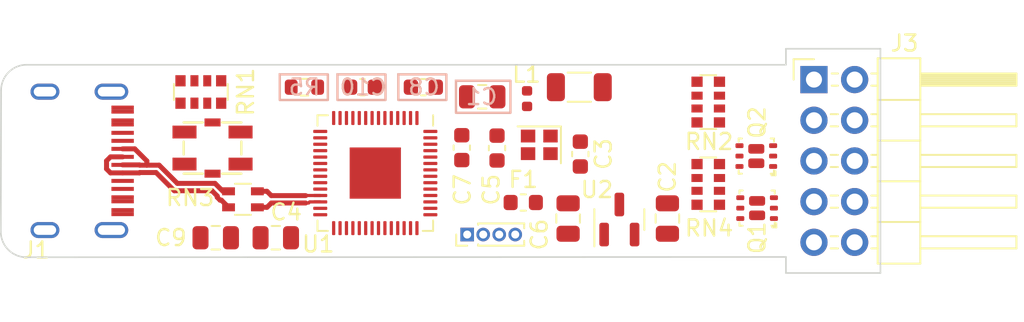
<source format=kicad_pcb>
(kicad_pcb (version 20221018) (generator pcbnew)
  (layers (0 "F.Cu" signal) (31 "B.Cu" signal) (34 "B.Paste" user) (35 "F.Paste" user) (36 "B.SilkS" user "B.Silkscreen") (37 "F.SilkS" user "F.Silkscreen") (38 "B.Mask" user) (39 "F.Mask" user) (44 "Edge.Cuts" user))
  (net 0 "")
  (net 1 "Net-(A1-Pad1)")
  (net 3 "Net-(C1-Pad1)")
  (net 4 "Net-(U1-LNA_IN)")
  (net 5 "Net-(U1-VDD_SPI)")
  (net 6 "GND")
  (net 7 "Net-(F1-Pad1)")
  (net 8 "VUSB")
  (net 9 "VSS")
  (net 10 "Net-(J1-CC1)")
  (net 11 "D+")
  (net 12 "D-")
  (net 14 "Net-(J1-CC2)")
  (net 16 "VDD")
  (net 17 "TX")
  (net 18 "RX")
  (net 19 "DAC2")
  (net 20 "5VSW")
  (net 21 "DAC1")
  (net 22 "3V3SW")
  (net 23 "SWIO")
  (net 24 "SWCL")
  (net 25 "MULTI2")
  (net 26 "SWPUC")
  (net 27 "SWPUD")
  (net 28 "VCCCTL3")
  (net 29 "VCCCTL5")
  (net 30 "GPIO0")
  (net 31 "Net-(Q1-G2)")
  (net 32 "VBUS")
  (net 33 "Net-(Q2-G2)")
  (net 38 "Net-(U1-XTAL_P)")
  (net 39 "Net-(U1-XTAL_N)")
  (net 50 "WSO")
  (net 70 "D2+")
  (net 71 "D2-")
  (footprint "Capacitor_SMD:C_0603_1608Metric" (layer "F.Cu") (at 193.5625 82 180)
    (fp_text reference "C8" (at -0.0375 0) (layer "B.SilkS") (effects (justify mirror)))
    (fp_text value "1uF")
    (fp_line (start -0.14058 -0.51) (end 0.14058 -0.51) (stroke (width 0.12)) (layer "F.SilkS"))
    (fp_line (start -0.14058 0.51) (end 0.14058 0.51) (stroke (width 0.12)) (layer "F.SilkS"))
    (pad "1" smd roundrect (at -0.775 0 180) (size 0.9 0.95) (layers "F.Cu" "F.Paste" "F.Mask") (net 16 "VDD"))
    (pad "2" smd roundrect (at 0.775 0 180) (size 0.9 0.95) (layers "F.Cu" "F.Paste" "F.Mask") (net 6 "GND"))
  )
  (footprint "Package_TO_SOT_SMD:SOT-23" (layer "F.Cu") (at 205.8 90.2625 90)
    (fp_text reference "U2" (at 1.8625 -1.4 180) (layer "F.SilkS"))
    (fp_text value "AP1117-33")
    (fp_line (start 0 -1.56) (end -1.675 -1.56) (stroke (width 0.12)) (layer "F.SilkS"))
    (fp_line (start 0 -1.56) (end 0.65 -1.56) (stroke (width 0.12)) (layer "F.SilkS"))
    (fp_line (start 0 1.56) (end -0.65 1.56) (stroke (width 0.12)) (layer "F.SilkS"))
    (fp_line (start 0 1.56) (end 0.65 1.56) (stroke (width 0.12)) (layer "F.SilkS"))
    (pad "1" smd roundrect (at -0.9375 -0.95 90) (size 1.475 0.6) (layers "F.Cu" "F.Paste" "F.Mask") (net 6 "GND"))
    (pad "2" smd roundrect (at -0.9375 0.95 90) (size 1.475 0.6) (layers "F.Cu" "F.Paste" "F.Mask") (net 16 "VDD"))
    (pad "3" smd roundrect (at 0.9375 0 90) (size 1.475 0.6) (layers "F.Cu" "F.Paste" "F.Mask") (net 32 "VBUS"))
  )
  (footprint "Fuse:Fuse_0603_1608Metric" (layer "F.Cu") (at 199.8 89.2)
    (fp_text reference "F1" (at 0 -1.43) (layer "F.SilkS"))
    (fp_text value "Polyfuse_Small")
    (fp_line (start -0.162779 -0.51) (end 0.162779 -0.51) (stroke (width 0.12)) (layer "F.SilkS"))
    (fp_line (start -0.162779 0.51) (end 0.162779 0.51) (stroke (width 0.12)) (layer "F.SilkS"))
    (pad "1" smd roundrect (at -0.7875 0) (size 0.875 0.95) (layers "F.Cu" "F.Paste" "F.Mask") (net 7 "Net-(F1-Pad1)"))
    (pad "2" smd roundrect (at 0.7875 0) (size 0.875 0.95) (layers "F.Cu" "F.Paste" "F.Mask") (net 8 "VUSB"))
  )
  (footprint "Capacitor_SMD:C_0805_2012Metric" (layer "F.Cu") (at 197.2375 82.6 180)
    (fp_text reference "C1" (at 0.0375 0 -360) (layer "B.SilkS") (effects (justify mirror)))
    (fp_text value "10p")
    (fp_line (start -0.261252 -0.735) (end 0.261252 -0.735) (stroke (width 0.12)) (layer "F.SilkS"))
    (fp_line (start -0.261252 0.735) (end 0.261252 0.735) (stroke (width 0.12)) (layer "F.SilkS"))
    (pad "1" smd roundrect (at -0.95 0 180) (size 1 1.45) (layers "F.Cu" "F.Paste" "F.Mask") (net 3 "Net-(C1-Pad1)"))
    (pad "2" smd roundrect (at 0.95 0 180) (size 1 1.45) (layers "F.Cu" "F.Paste" "F.Mask") (net 4 "Net-(U1-LNA_IN)"))
  )
  (footprint "Connector_PinHeader_1.00mm:PinHeader_1x04_P1.00mm_Vertical" (layer "F.Cu") (at 196.3 91.2 90)
    (fp_text reference "J2" hide)
    (fp_text value "PGM")
    (fp_line (start -0.695 -0.685) (end 0 -0.685) (stroke (width 0.12)) (layer "F.SilkS"))
    (fp_line (start -0.695 0) (end -0.695 -0.685) (stroke (width 0.12)) (layer "F.SilkS"))
    (fp_line (start -0.695 0.685) (end -0.695 3.56) (stroke (width 0.12)) (layer "F.SilkS"))
    (fp_line (start -0.695 0.685) (end -0.608276 0.685) (stroke (width 0.12)) (layer "F.SilkS"))
    (fp_line (start -0.695 3.56) (end -0.394493 3.56) (stroke (width 0.12)) (layer "F.SilkS"))
    (fp_line (start 0.394493 3.56) (end 0.695 3.56) (stroke (width 0.12)) (layer "F.SilkS"))
    (fp_line (start 0.608276 0.685) (end 0.695 0.685) (stroke (width 0.12)) (layer "F.SilkS"))
    (fp_line (start 0.695 0.685) (end 0.695 3.56) (stroke (width 0.12)) (layer "F.SilkS"))
    (pad "1" thru_hole rect (at 0 0 90) (size 0.85 0.85) (drill 0.5) (layers "*.Cu" "*.Mask") (net 6 "GND"))
    (pad "2" thru_hole oval (at 0 1 90) (size 0.85 0.85) (drill 0.5) (layers "*.Cu" "*.Mask") (net 16 "VDD"))
    (pad "3" thru_hole oval (at 0 2 90) (size 0.85 0.85) (drill 0.5) (layers "*.Cu" "*.Mask") (net 17 "TX"))
    (pad "4" thru_hole oval (at 0 3 90) (size 0.85 0.85) (drill 0.5) (layers "*.Cu" "*.Mask") (net 18 "RX"))
  )
  (footprint "Capacitor_SMD:C_0603_1608Metric" (layer "F.Cu") (at 189.7625 82 180)
    (fp_text reference "C10" (at -0.0375 0) (layer "B.SilkS") (effects (justify mirror)))
    (fp_text value "1uF")
    (fp_line (start -0.14058 -0.51) (end 0.14058 -0.51) (stroke (width 0.12)) (layer "F.SilkS"))
    (fp_line (start -0.14058 0.51) (end 0.14058 0.51) (stroke (width 0.12)) (layer "F.SilkS"))
    (pad "1" smd roundrect (at -0.775 0 180) (size 0.9 0.95) (layers "F.Cu" "F.Paste" "F.Mask") (net 16 "VDD"))
    (pad "2" smd roundrect (at 0.775 0 180) (size 0.9 0.95) (layers "F.Cu" "F.Paste" "F.Mask") (net 6 "GND"))
  )
  (footprint "Capacitor_SMD:C_0805_2012Metric" (layer "F.Cu") (at 202.6 90.2 -90)
    (fp_text reference "C6" (at 1 1.8 90) (layer "F.SilkS"))
    (fp_text value "10uF")
    (fp_line (start -0.261252 -0.735) (end 0.261252 -0.735) (stroke (width 0.12)) (layer "F.SilkS"))
    (fp_line (start -0.261252 0.735) (end 0.261252 0.735) (stroke (width 0.12)) (layer "F.SilkS"))
    (pad "1" smd roundrect (at -0.95 0 270) (size 1 1.45) (layers "F.Cu" "F.Paste" "F.Mask") (net 32 "VBUS"))
    (pad "2" smd roundrect (at 0.95 0 270) (size 1 1.45) (layers "F.Cu" "F.Paste" "F.Mask") (net 6 "GND"))
  )
  (footprint "" (layer "F.Cu") (at 184.8 86.6)
    (fp_text reference "" (at 0 0) (layer "F.SilkS") (effects (font (size 1.27 1.27))))
    (fp_text value "" (at 0 0) (layer "F.SilkS") (effects (font (size 1.27 1.27))))
    (pad "" np_thru_hole circle (at 0 0) (size 2.2 2.2) (drill 2.2) (layers "F&B.Cu" "*.Mask"))
  )
  (footprint "Resistor_SMD:R_Array_Convex_4x0612" (layer "F.Cu") (at 211.35 88.07)
    (fp_text reference "RN4" (at 0.05 2.73) (layer "F.SilkS"))
    (fp_text value "10k")
    (fp_line (start 0.5 -1.68) (end -0.5 -1.68) (stroke (width 0.12)) (layer "F.SilkS"))
    (fp_line (start 0.5 1.68) (end -0.5 1.68) (stroke (width 0.12)) (layer "F.SilkS"))
    (pad "1" smd rect (at -0.7 -1.27) (size 0.7 0.64) (layers "F.Cu" "F.Paste" "F.Mask") (net 32 "VBUS"))
    (pad "2" smd rect (at -0.7 -0.4) (size 0.7 0.5) (layers "F.Cu" "F.Paste" "F.Mask"))
    (pad "3" smd rect (at -0.7 0.4) (size 0.7 0.5) (layers "F.Cu" "F.Paste" "F.Mask"))
    (pad "4" smd rect (at -0.7 1.27) (size 0.7 0.64) (layers "F.Cu" "F.Paste" "F.Mask") (net 16 "VDD"))
    (pad "5" smd rect (at 0.7 1.27) (size 0.7 0.64) (layers "F.Cu" "F.Paste" "F.Mask") (net 31 "Net-(Q1-G2)"))
    (pad "6" smd rect (at 0.7 0.4) (size 0.7 0.5) (layers "F.Cu" "F.Paste" "F.Mask"))
    (pad "7" smd rect (at 0.7 -0.4) (size 0.7 0.5) (layers "F.Cu" "F.Paste" "F.Mask"))
    (pad "8" smd rect (at 0.7 -1.27) (size 0.7 0.64) (layers "F.Cu" "F.Paste" "F.Mask") (net 33 "Net-(Q2-G2)"))
  )
  (footprint "Resistor_SMD:R_Array_Convex_4x0612" (layer "F.Cu") (at 211.35 82.93)
    (fp_text reference "RN2" (at 0.05 2.47) (layer "F.SilkS"))
    (fp_text value "10k")
    (fp_line (start 0.5 -1.68) (end -0.5 -1.68) (stroke (width 0.12)) (layer "F.SilkS"))
    (fp_line (start 0.5 1.68) (end -0.5 1.68) (stroke (width 0.12)) (layer "F.SilkS"))
    (pad "1" smd rect (at -0.7 -1.27) (size 0.7 0.64) (layers "F.Cu" "F.Paste" "F.Mask") (net 26 "SWPUC"))
    (pad "2" smd rect (at -0.7 -0.4) (size 0.7 0.5) (layers "F.Cu" "F.Paste" "F.Mask") (net 27 "SWPUD"))
    (pad "3" smd rect (at -0.7 0.4) (size 0.7 0.5) (layers "F.Cu" "F.Paste" "F.Mask") (net 28 "VCCCTL3"))
    (pad "4" smd rect (at -0.7 1.27) (size 0.7 0.64) (layers "F.Cu" "F.Paste" "F.Mask") (net 29 "VCCCTL5"))
    (pad "5" smd rect (at 0.7 1.27) (size 0.7 0.64) (layers "F.Cu" "F.Paste" "F.Mask") (net 6 "GND"))
    (pad "6" smd rect (at 0.7 0.4) (size 0.7 0.5) (layers "F.Cu" "F.Paste" "F.Mask") (net 6 "GND"))
    (pad "7" smd rect (at 0.7 -0.4) (size 0.7 0.5) (layers "F.Cu" "F.Paste" "F.Mask") (net 23 "SWIO"))
    (pad "8" smd rect (at 0.7 -1.27) (size 0.7 0.64) (layers "F.Cu" "F.Paste" "F.Mask") (net 24 "SWCL"))
  )
  (footprint "Connector_PinHeader_2.54mm:PinHeader_2x05_P2.54mm_Horizontal" (layer "F.Cu") (at 217.95 81.525)
    (fp_text reference "J3" (at 5.655 -2.27) (layer "F.SilkS"))
    (fp_text value "OPGM")
    (fp_line (start -1.27 -1.27) (end 0 -1.27) (stroke (width 0.12)) (layer "F.SilkS"))
    (fp_line (start -1.27 0) (end -1.27 -1.27) (stroke (width 0.12)) (layer "F.SilkS"))
    (fp_line (start 1.042929 2.16) (end 1.497071 2.16) (stroke (width 0.12)) (layer "F.SilkS"))
    (fp_line (start 1.042929 2.92) (end 1.497071 2.92) (stroke (width 0.12)) (layer "F.SilkS"))
    (fp_line (start 1.042929 4.7) (end 1.497071 4.7) (stroke (width 0.12)) (layer "F.SilkS"))
    (fp_line (start 1.042929 5.46) (end 1.497071 5.46) (stroke (width 0.12)) (layer "F.SilkS"))
    (fp_line (start 1.042929 7.24) (end 1.497071 7.24) (stroke (width 0.12)) (layer "F.SilkS"))
    (fp_line (start 1.042929 8) (end 1.497071 8) (stroke (width 0.12)) (layer "F.SilkS"))
    (fp_line (start 1.042929 9.78) (end 1.497071 9.78) (stroke (width 0.12)) (layer "F.SilkS"))
    (fp_line (start 1.042929 10.54) (end 1.497071 10.54) (stroke (width 0.12)) (layer "F.SilkS"))
    (fp_line (start 1.11 -0.38) (end 1.497071 -0.38) (stroke (width 0.12)) (layer "F.SilkS"))
    (fp_line (start 1.11 0.38) (end 1.497071 0.38) (stroke (width 0.12)) (layer "F.SilkS"))
    (fp_line (start 3.582929 -0.38) (end 3.98 -0.38) (stroke (width 0.12)) (layer "F.SilkS"))
    (fp_line (start 3.582929 0.38) (end 3.98 0.38) (stroke (width 0.12)) (layer "F.SilkS"))
    (fp_line (start 3.582929 2.16) (end 3.98 2.16) (stroke (width 0.12)) (layer "F.SilkS"))
    (fp_line (start 3.582929 2.92) (end 3.98 2.92) (stroke (width 0.12)) (layer "F.SilkS"))
    (fp_line (start 3.582929 4.7) (end 3.98 4.7) (stroke (width 0.12)) (layer "F.SilkS"))
    (fp_line (start 3.582929 5.46) (end 3.98 5.46) (stroke (width 0.12)) (layer "F.SilkS"))
    (fp_line (start 3.582929 7.24) (end 3.98 7.24) (stroke (width 0.12)) (layer "F.SilkS"))
    (fp_line (start 3.582929 8) (end 3.98 8) (stroke (width 0.12)) (layer "F.SilkS"))
    (fp_line (start 3.582929 9.78) (end 3.98 9.78) (stroke (width 0.12)) (layer "F.SilkS"))
    (fp_line (start 3.582929 10.54) (end 3.98 10.54) (stroke (width 0.12)) (layer "F.SilkS"))
    (fp_line (start 3.98 -1.33) (end 3.98 11.49) (stroke (width 0.12)) (layer "F.SilkS"))
    (fp_line (start 3.98 1.27) (end 6.64 1.27) (stroke (width 0.12)) (layer "F.SilkS"))
    (fp_line (start 3.98 3.81) (end 6.64 3.81) (stroke (width 0.12)) (layer "F.SilkS"))
    (fp_line (start 3.98 6.35) (end 6.64 6.35) (stroke (width 0.12)) (layer "F.SilkS"))
    (fp_line (start 3.98 8.89) (end 6.64 8.89) (stroke (width 0.12)) (layer "F.SilkS"))
    (fp_line (start 3.98 11.49) (end 6.64 11.49) (stroke (width 0.12)) (layer "F.SilkS"))
    (fp_line (start 6.64 -1.33) (end 3.98 -1.33) (stroke (width 0.12)) (layer "F.SilkS"))
    (fp_line (start 6.64 -0.38) (end 12.64 -0.38) (stroke (width 0.12)) (layer "F.SilkS"))
    (fp_line (start 6.64 -0.32) (end 12.64 -0.32) (stroke (width 0.12)) (layer "F.SilkS"))
    (fp_line (start 6.64 -0.2) (end 12.64 -0.2) (stroke (width 0.12)) (layer "F.SilkS"))
    (fp_line (start 6.64 -0.08) (end 12.64 -0.08) (stroke (width 0.12)) (layer "F.SilkS"))
    (fp_line (start 6.64 0.04) (end 12.64 0.04) (stroke (width 0.12)) (layer "F.SilkS"))
    (fp_line (start 6.64 0.16) (end 12.64 0.16) (stroke (width 0.12)) (layer "F.SilkS"))
    (fp_line (start 6.64 0.28) (end 12.64 0.28) (stroke (width 0.12)) (layer "F.SilkS"))
    (fp_line (start 6.64 2.16) (end 12.64 2.16) (stroke (width 0.12)) (layer "F.SilkS"))
    (fp_line (start 6.64 4.7) (end 12.64 4.7) (stroke (width 0.12)) (layer "F.SilkS"))
    (fp_line (start 6.64 7.24) (end 12.64 7.24) (stroke (width 0.12)) (layer "F.SilkS"))
    (fp_line (start 6.64 9.78) (end 12.64 9.78) (stroke (width 0.12)) (layer "F.SilkS"))
    (fp_line (start 6.64 11.49) (end 6.64 -1.33) (stroke (width 0.12)) (layer "F.SilkS"))
    (fp_line (start 12.64 -0.38) (end 12.64 0.38) (stroke (width 0.12)) (layer "F.SilkS"))
    (fp_line (start 12.64 0.38) (end 6.64 0.38) (stroke (width 0.12)) (layer "F.SilkS"))
    (fp_line (start 12.64 2.16) (end 12.64 2.92) (stroke (width 0.12)) (layer "F.SilkS"))
    (fp_line (start 12.64 2.92) (end 6.64 2.92) (stroke (width 0.12)) (layer "F.SilkS"))
    (fp_line (start 12.64 4.7) (end 12.64 5.46) (stroke (width 0.12)) (layer "F.SilkS"))
    (fp_line (start 12.64 5.46) (end 6.64 5.46) (stroke (width 0.12)) (layer "F.SilkS"))
    (fp_line (start 12.64 7.24) (end 12.64 8) (stroke (width 0.12)) (layer "F.SilkS"))
    (fp_line (start 12.64 8) (end 6.64 8) (stroke (width 0.12)) (layer "F.SilkS"))
    (fp_line (start 12.64 9.78) (end 12.64 10.54) (stroke (width 0.12)) (layer "F.SilkS"))
    (fp_line (start 12.64 10.54) (end 6.64 10.54) (stroke (width 0.12)) (layer "F.SilkS"))
    (pad "1" thru_hole rect (at 0 0) (size 1.7 1.7) (drill 1) (layers "*.Cu" "*.Mask") (net 6 "GND"))
    (pad "2" thru_hole oval (at 2.54 0) (size 1.7 1.7) (drill 1) (layers "*.Cu" "*.Mask") (net 19 "DAC2"))
    (pad "3" thru_hole oval (at 0 2.54) (size 1.7 1.7) (drill 1) (layers "*.Cu" "*.Mask") (net 20 "5VSW"))
    (pad "4" thru_hole oval (at 2.54 2.54) (size 1.7 1.7) (drill 1) (layers "*.Cu" "*.Mask") (net 21 "DAC1"))
    (pad "5" thru_hole oval (at 0 5.08) (size 1.7 1.7) (drill 1) (layers "*.Cu" "*.Mask") (net 22 "3V3SW"))
    (pad "6" thru_hole oval (at 2.54 5.08) (size 1.7 1.7) (drill 1) (layers "*.Cu" "*.Mask") (net 22 "3V3SW"))
    (pad "7" thru_hole oval (at 0 7.62) (size 1.7 1.7) (drill 1) (layers "*.Cu" "*.Mask") (net 23 "SWIO"))
    (pad "8" thru_hole oval (at 2.54 7.62) (size 1.7 1.7) (drill 1) (layers "*.Cu" "*.Mask") (net 24 "SWCL"))
    (pad "9" thru_hole oval (at 0 10.16) (size 1.7 1.7) (drill 1) (layers "*.Cu" "*.Mask") (net 6 "GND"))
    (pad "10" thru_hole oval (at 2.54 10.16) (size 1.7 1.7) (drill 1) (layers "*.Cu" "*.Mask") (net 25 "MULTI2"))
  )
  (footprint "UL_Buttons:TS3315A" (layer "F.Cu") (at 180.4 85.8 180)
    (fp_text reference "SW2" hide)
    (fp_text value "SW_MEC_5E")
    (fp_line (start -1.8 -1.6) (end -0.6 -1.6) (stroke (width 0.15)) (layer "F.SilkS"))
    (fp_line (start -1.8 0.4) (end -1.8 -0.4) (stroke (width 0.15)) (layer "F.SilkS"))
    (fp_line (start -0.6 1.6) (end -1.8 1.6) (stroke (width 0.15)) (layer "F.SilkS"))
    (fp_line (start 0.6 -1.6) (end 1.8 -1.6) (stroke (width 0.15)) (layer "F.SilkS"))
    (fp_line (start 1.8 -0.4) (end 1.8 0.4) (stroke (width 0.15)) (layer "F.SilkS"))
    (fp_line (start 1.8 1.6) (end 0.6 1.6) (stroke (width 0.15)) (layer "F.SilkS"))
    (pad "" smd rect (at 0 -1.6 180) (size 1 0.5) (layers "F.Cu" "F.Paste" "F.Mask"))
    (pad "" smd rect (at 0 1.6 180) (size 1 0.5) (layers "F.Cu" "F.Paste" "F.Mask"))
    (pad "1" smd rect (at -1.75 -1 180) (size 1.5 0.8) (layers "F.Cu" "F.Paste" "F.Mask") (net 6 "GND"))
    (pad "2" smd rect (at 1.75 -1 180) (size 1.5 0.8) (layers "F.Cu" "F.Paste" "F.Mask") (net 6 "GND"))
    (pad "3" smd rect (at -1.75 1 180) (size 1.5 0.8) (layers "F.Cu" "F.Paste" "F.Mask") (net 30 "GPIO0"))
    (pad "4" smd rect (at 1.75 1 180) (size 1.5 0.8) (layers "F.Cu" "F.Paste" "F.Mask") (net 30 "GPIO0"))
  )
  (footprint "BadgePiratesFootprint:USB_C_Receptical-Jing" (layer "F.Cu") (at 174.0875 86.6 -90)
    (fp_text reference "J1" (at 5.575 4.7) (layer "F.SilkS"))
    (fp_text value "USB_C_Receptacle_USB2.0")
    (pad "" np_thru_hole circle (at -2.89 0.5 270) (size 0.65 0.65) (drill 0.65) (layers "*.Cu" "*.Mask"))
    (pad "" np_thru_hole circle (at 2.89 0.5 270) (size 0.65 0.65) (drill 0.65) (layers "*.Cu" "*.Mask"))
    (pad "A1" smd rect (at -3.325 -0.7 270) (size 0.25 1.4) (layers "F.Cu" "F.Paste" "F.Mask") (net 9 "VSS"))
    (pad "A4" smd rect (at -2.525 -0.7 270) (size 0.25 1.4) (layers "F.Cu" "F.Paste" "F.Mask") (net 7 "Net-(F1-Pad1)"))
    (pad "A5" smd rect (at -1.25 -0.7 270) (size 0.25 1.4) (layers "F.Cu" "F.Paste" "F.Mask") (net 10 "Net-(J1-CC1)"))
    (pad "A6" smd rect (at -0.25 -0.7 270) (size 0.25 1.4) (layers "F.Cu" "F.Paste" "F.Mask") (net 11 "D+"))
    (pad "A7" smd rect (at 0.25 -0.7 270) (size 0.25 1.4) (layers "F.Cu" "F.Paste" "F.Mask") (net 12 "D-"))
    (pad "A8" smd rect (at -1.75 -0.7 270) (size 0.25 1.4) (layers "F.Cu" "F.Paste" "F.Mask"))
    (pad "A9" smd rect (at 2.525 -0.7 270) (size 0.25 1.4) (layers "F.Cu" "F.Paste" "F.Mask") (net 7 "Net-(F1-Pad1)"))
    (pad "A12" smd rect (at 3.325 -0.7 270) (size 0.25 1.4) (layers "F.Cu" "F.Paste" "F.Mask") (net 9 "VSS"))
    (pad "B1" smd rect (at 3.075 -0.7 270) (size 0.25 1.4) (layers "F.Cu" "F.Paste" "F.Mask") (net 9 "VSS"))
    (pad "B4" smd rect (at 2.275 -0.7 270) (size 0.25 1.4) (layers "F.Cu" "F.Paste" "F.Mask") (net 7 "Net-(F1-Pad1)"))
    (pad "B5" smd rect (at 1.75 -0.7 270) (size 0.25 1.4) (layers "F.Cu" "F.Paste" "F.Mask") (net 14 "Net-(J1-CC2)"))
    (pad "B6" smd rect (at 0.75 -0.7 270) (size 0.25 1.4) (layers "F.Cu" "F.Paste" "F.Mask") (net 11 "D+"))
    (pad "B7" smd rect (at -0.75 -0.7 270) (size 0.25 1.4) (layers "F.Cu" "F.Paste" "F.Mask") (net 12 "D-"))
    (pad "B8" smd rect (at 1.25 -0.7 270) (size 0.25 1.4) (layers "F.Cu" "F.Paste" "F.Mask"))
    (pad "B9" smd rect (at -2.275 -0.7 270) (size 0.25 1.4) (layers "F.Cu" "F.Paste" "F.Mask") (net 7 "Net-(F1-Pad1)"))
    (pad "B12" smd rect (at -3.075 -0.7 270) (size 0.25 1.4) (layers "F.Cu" "F.Paste" "F.Mask") (net 9 "VSS"))
    (pad "S1" thru_hole oval (at -4.32 0 270) (size 1 2.1) (drill oval 0.6 1.7) (layers "*.Cu" "*.Mask") (net 9 "VSS"))
    (pad "S1" thru_hole oval (at -4.32 4.15 270) (size 1 1.8) (drill oval 0.6 1.4) (layers "*.Cu" "*.Mask") (net 9 "VSS"))
    (pad "S1" thru_hole oval (at 4.32 0 270) (size 1 2.1) (drill oval 0.6 1.7) (layers "*.Cu" "*.Mask") (net 9 "VSS"))
    (pad "S1" thru_hole oval (at 4.32 4.15 270) (size 1 1.8) (drill oval 0.6 1.4) (layers "*.Cu" "*.Mask") (net 9 "VSS"))
  )
  (footprint "Resistor_SMD:R_1206_3216Metric" (layer "F.Cu") (at 203.3 82)
    (fp_text reference "A1" hide)
    (fp_text value "ANT")
    (fp_line (start -0.727064 -0.91) (end 0.727064 -0.91) (stroke (width 0.12)) (layer "F.SilkS"))
    (fp_line (start -0.727064 0.91) (end 0.727064 0.91) (stroke (width 0.12)) (layer "F.SilkS"))
    (pad "1" smd roundrect (at -1.4625 0) (size 1.125 1.75) (layers "F.Cu" "F.Paste" "F.Mask") (roundrect_rratio 0.222222) (net 1 "Net-(A1-Pad1)"))
    (pad "2" smd roundrect (at 1.4625 0) (size 1.125 1.75) (layers "F.Cu" "F.Paste" "F.Mask") (roundrect_rratio 0.222222))
  )
  (footprint "" (layer "F.Cu") (at 206.77 86.625)
    (fp_text reference "" (at 0 0) (layer "F.SilkS") (effects (font (size 1.27 1.27))))
    (fp_text value "" (at 0 0) (layer "F.SilkS") (effects (font (size 1.27 1.27))))
    (pad "" np_thru_hole circle (at 0 0) (size 2.2 2.2) (drill 2.2) (layers "F&B.Cu" "*.Mask"))
  )
  (footprint "cnhardware:DFN-6-2x2-SplitPad" (layer "F.Cu") (at 214.35 86.3 90)
    (fp_text reference "Q2" (at 2.1 0.05 90 unlocked) (layer "F.SilkS"))
    (fp_text value "SE4625-PandN")
    (fp_line (start -1.2 0.95) (end -1.2 1.2) (stroke (width 0.12)) (layer "F.SilkS"))
    (fp_line (start -1.2 1.2) (end -0.95 1.2) (stroke (width 0.12)) (layer "F.SilkS"))
    (fp_line (start -1.1 -1.1) (end -1.1 -0.9) (stroke (width 0.12)) (layer "F.SilkS"))
    (fp_line (start -1.1 -1.1) (end -0.9 -1.1) (stroke (width 0.12)) (layer "F.SilkS"))
    (fp_line (start -1.1 1.1) (end -1.1 0.9) (stroke (width 0.12)) (layer "F.SilkS"))
    (fp_line (start -1.1 1.1) (end -0.9 1.1) (stroke (width 0.12)) (layer "F.SilkS"))
    (fp_line (start 1.1 -1.1) (end 0.9 -1.1) (stroke (width 0.12)) (layer "F.SilkS"))
    (fp_line (start 1.1 -1.1) (end 1.1 -0.9) (stroke (width 0.12)) (layer "F.SilkS"))
    (fp_line (start 1.1 1.1) (end 0.9 1.1) (stroke (width 0.12)) (layer "F.SilkS"))
    (fp_line (start 1.1 1.1) (end 1.1 0.9) (stroke (width 0.12)) (layer "F.SilkS"))
    (pad "1" smd roundrect (at -0.65 1.05 90) (size 0.3 0.5) (layers "F.Cu" "F.Paste" "F.Mask") (net 6 "GND"))
    (pad "2" smd roundrect (at 0 1.05 90) (size 0.3 0.5) (layers "F.Cu" "F.Paste" "F.Mask") (net 29 "VCCCTL5"))
    (pad "3" smd roundrect (at 0.65 1.05 90) (size 0.3 0.5) (layers "F.Cu" "F.Paste" "F.Mask") (net 20 "5VSW"))
    (pad "4" smd roundrect (at 0.65 -1.05 90) (size 0.3 0.5) (layers "F.Cu" "F.Paste" "F.Mask") (net 32 "VBUS"))
    (pad "5" smd roundrect (at 0 -1.05 90) (size 0.3 0.5) (layers "F.Cu" "F.Paste" "F.Mask") (net 33 "Net-(Q2-G2)"))
    (pad "6" smd roundrect (at -0.65 -1.05 90) (size 0.3 0.5) (layers "F.Cu" "F.Paste" "F.Mask") (net 33 "Net-(Q2-G2)"))
    (pad "7" smd roundrect (at -0.45 0 90) (size 0.6 1) (layers "F.Cu" "F.Paste" "F.Mask") (net 33 "Net-(Q2-G2)"))
    (pad "8" smd roundrect (at 0.45 0 90) (size 0.6 1) (layers "F.Cu" "F.Paste" "F.Mask") (net 20 "5VSW"))
  )
  (footprint "Package_DFN_QFN:QFN-56-1EP_7x7mm_P0.4mm_EP3.2x3.2mm" (layer "F.Cu") (at 190.5625 87.3625 -90)
    (fp_text reference "U1" (at 4.4375 3.5625 -180) (layer "F.SilkS"))
    (fp_text value "ESP32-S2")
    (fp_line (start -3.61 3.61) (end -3.61 2.96) (stroke (width 0.12)) (layer "F.SilkS"))
    (fp_line (start -2.96 -3.61) (end -3.61 -3.61) (stroke (width 0.12)) (layer "F.SilkS"))
    (fp_line (start -2.96 3.61) (end -3.61 3.61) (stroke (width 0.12)) (layer "F.SilkS"))
    (fp_line (start 2.96 -3.61) (end 3.61 -3.61) (stroke (width 0.12)) (layer "F.SilkS"))
    (fp_line (start 2.96 3.61) (end 3.61 3.61) (stroke (width 0.12)) (layer "F.SilkS"))
    (fp_line (start 3.61 -3.61) (end 3.61 -2.96) (stroke (width 0.12)) (layer "F.SilkS"))
    (fp_line (start 3.61 3.61) (end 3.61 2.96) (stroke (width 0.12)) (layer "F.SilkS"))
    (pad "1" smd roundrect (at -3.4375 -2.6 270) (size 0.875 0.2) (layers "F.Cu" "F.Paste" "F.Mask") (net 16 "VDD"))
    (pad "2" smd roundrect (at -3.4375 -2.2 270) (size 0.875 0.2) (layers "F.Cu" "F.Paste" "F.Mask") (net 4 "Net-(U1-LNA_IN)"))
    (pad "3" smd roundrect (at -3.4375 -1.8 270) (size 0.875 0.2) (layers "F.Cu" "F.Paste" "F.Mask") (net 16 "VDD"))
    (pad "4" smd roundrect (at -3.4375 -1.4 270) (size 0.875 0.2) (layers "F.Cu" "F.Paste" "F.Mask") (net 16 "VDD"))
    (pad "5" smd roundrect (at -3.4375 -1 270) (size 0.875 0.2) (layers "F.Cu" "F.Paste" "F.Mask") (net 30 "GPIO0"))
    (pad "6" smd roundrect (at -3.4375 -0.6 270) (size 0.875 0.2) (layers "F.Cu" "F.Paste" "F.Mask"))
    (pad "7" smd roundrect (at -3.4375 -0.2 270) (size 0.875 0.2) (layers "F.Cu" "F.Paste" "F.Mask") (net 25 "MULTI2"))
    (pad "8" smd roundrect (at -3.4375 0.2 270) (size 0.875 0.2) (layers "F.Cu" "F.Paste" "F.Mask"))
    (pad "9" smd roundrect (at -3.4375 0.6 270) (size 0.875 0.2) (layers "F.Cu" "F.Paste" "F.Mask") (net 24 "SWCL"))
    (pad "10" smd roundrect (at -3.4375 1 270) (size 0.875 0.2) (layers "F.Cu" "F.Paste" "F.Mask"))
    (pad "11" smd roundrect (at -3.4375 1.4 270) (size 0.875 0.2) (layers "F.Cu" "F.Paste" "F.Mask") (net 23 "SWIO"))
    (pad "12" smd roundrect (at -3.4375 1.8 270) (size 0.875 0.2) (layers "F.Cu" "F.Paste" "F.Mask"))
    (pad "13" smd roundrect (at -3.4375 2.2 270) (size 0.875 0.2) (layers "F.Cu" "F.Paste" "F.Mask") (net 26 "SWPUC"))
    (pad "14" smd roundrect (at -3.4375 2.6 270) (size 0.875 0.2) (layers "F.Cu" "F.Paste" "F.Mask") (net 27 "SWPUD"))
    (pad "15" smd roundrect (at -2.6 3.4375 270) (size 0.2 0.875) (layers "F.Cu" "F.Paste" "F.Mask"))
    (pad "16" smd roundrect (at -2.2 3.4375 270) (size 0.2 0.875) (layers "F.Cu" "F.Paste" "F.Mask") (net 28 "VCCCTL3"))
    (pad "17" smd roundrect (at -1.8 3.4375 270) (size 0.2 0.875) (layers "F.Cu" "F.Paste" "F.Mask") (net 29 "VCCCTL5"))
    (pad "18" smd roundrect (at -1.4 3.4375 270) (size 0.2 0.875) (layers "F.Cu" "F.Paste" "F.Mask"))
    (pad "19" smd roundrect (at -1 3.4375 270) (size 0.2 0.875) (layers "F.Cu" "F.Paste" "F.Mask") (net 50 "WSO"))
    (pad "20" smd roundrect (at -0.6 3.4375 270) (size 0.2 0.875) (layers "F.Cu" "F.Paste" "F.Mask") (net 16 "VDD"))
    (pad "21" smd roundrect (at -0.2 3.4375 270) (size 0.2 0.875) (layers "F.Cu" "F.Paste" "F.Mask"))
    (pad "22" smd roundrect (at 0.2 3.4375 270) (size 0.2 0.875) (layers "F.Cu" "F.Paste" "F.Mask"))
    (pad "23" smd roundrect (at 0.6 3.4375 270) (size 0.2 0.875) (layers "F.Cu" "F.Paste" "F.Mask") (net 21 "DAC1"))
    (pad "24" smd roundrect (at 1 3.4375 270) (size 0.2 0.875) (layers "F.Cu" "F.Paste" "F.Mask") (net 19 "DAC2"))
    (pad "25" smd roundrect (at 1.4 3.4375 270) (size 0.2 0.875) (layers "F.Cu" "F.Paste" "F.Mask") (net 71 "D2-"))
    (pad "26" smd roundrect (at 1.8 3.4375 270) (size 0.2 0.875) (layers "F.Cu" "F.Paste" "F.Mask") (net 70 "D2+"))
    (pad "27" smd roundrect (at 2.2 3.4375 270) (size 0.2 0.875) (layers "F.Cu" "F.Paste" "F.Mask") (net 16 "VDD"))
    (pad "28" smd roundrect (at 2.6 3.4375 270) (size 0.2 0.875) (layers "F.Cu" "F.Paste" "F.Mask") (net 6 "GND"))
    (pad "29" smd roundrect (at 3.4375 2.6 270) (size 0.875 0.2) (layers "F.Cu" "F.Paste" "F.Mask"))
    (pad "30" smd roundrect (at 3.4375 2.2 270) (size 0.875 0.2) (layers "F.Cu" "F.Paste" "F.Mask") (net 5 "Net-(U1-VDD_SPI)"))
    (pad "31" smd roundrect (at 3.4375 1.8 270) (size 0.875 0.2) (layers "F.Cu" "F.Paste" "F.Mask"))
    (pad "32" smd roundrect (at 3.4375 1.4 270) (size 0.875 0.2) (layers "F.Cu" "F.Paste" "F.Mask"))
    (pad "33" smd roundrect (at 3.4375 1 270) (size 0.875 0.2) (layers "F.Cu" "F.Paste" "F.Mask"))
    (pad "34" smd roundrect (at 3.4375 0.6 270) (size 0.875 0.2) (layers "F.Cu" "F.Paste" "F.Mask"))
    (pad "35" smd roundrect (at 3.4375 0.2 270) (size 0.875 0.2) (layers "F.Cu" "F.Paste" "F.Mask"))
    (pad "36" smd roundrect (at 3.4375 -0.2 270) (size 0.875 0.2) (layers "F.Cu" "F.Paste" "F.Mask"))
    (pad "37" smd roundrect (at 3.4375 -0.6 270) (size 0.875 0.2) (layers "F.Cu" "F.Paste" "F.Mask"))
    (pad "38" smd roundrect (at 3.4375 -1 270) (size 0.875 0.2) (layers "F.Cu" "F.Paste" "F.Mask"))
    (pad "39" smd roundrect (at 3.4375 -1.4 270) (size 0.875 0.2) (layers "F.Cu" "F.Paste" "F.Mask"))
    (pad "40" smd roundrect (at 3.4375 -1.8 270) (size 0.875 0.2) (layers "F.Cu" "F.Paste" "F.Mask"))
    (pad "41" smd roundrect (at 3.4375 -2.2 270) (size 0.875 0.2) (layers "F.Cu" "F.Paste" "F.Mask"))
    (pad "42" smd roundrect (at 3.4375 -2.6 270) (size 0.875 0.2) (layers "F.Cu" "F.Paste" "F.Mask"))
    (pad "43" smd roundrect (at 2.6 -3.4375 270) (size 0.2 0.875) (layers "F.Cu" "F.Paste" "F.Mask"))
    (pad "44" smd roundrect (at 2.2 -3.4375 270) (size 0.2 0.875) (layers "F.Cu" "F.Paste" "F.Mask") (net 6 "GND"))
    (pad "45" smd roundrect (at 1.8 -3.4375 270) (size 0.2 0.875) (layers "F.Cu" "F.Paste" "F.Mask") (net 16 "VDD"))
    (pad "46" smd roundrect (at 1.4 -3.4375 270) (size 0.2 0.875) (layers "F.Cu" "F.Paste" "F.Mask"))
    (pad "47" smd roundrect (at 1 -3.4375 270) (size 0.2 0.875) (layers "F.Cu" "F.Paste" "F.Mask"))
    (pad "48" smd roundrect (at 0.6 -3.4375 270) (size 0.2 0.875) (layers "F.Cu" "F.Paste" "F.Mask") (net 17 "TX"))
    (pad "49" smd roundrect (at 0.2 -3.4375 270) (size 0.2 0.875) (layers "F.Cu" "F.Paste" "F.Mask") (net 18 "RX"))
    (pad "50" smd roundrect (at -0.2 -3.4375 270) (size 0.2 0.875) (layers "F.Cu" "F.Paste" "F.Mask"))
    (pad "51" smd roundrect (at -0.6 -3.4375 270) (size 0.2 0.875) (layers "F.Cu" "F.Paste" "F.Mask") (net 16 "VDD"))
    (pad "52" smd roundrect (at -1 -3.4375 270) (size 0.2 0.875) (layers "F.Cu" "F.Paste" "F.Mask") (net 39 "Net-(U1-XTAL_N)"))
    (pad "53" smd roundrect (at -1.4 -3.4375 270) (size 0.2 0.875) (layers "F.Cu" "F.Paste" "F.Mask") (net 38 "Net-(U1-XTAL_P)"))
    (pad "54" smd roundrect (at -1.8 -3.4375 270) (size 0.2 0.875) (layers "F.Cu" "F.Paste" "F.Mask") (net 16 "VDD"))
    (pad "55" smd roundrect (at -2.2 -3.4375 270) (size 0.2 0.875) (layers "F.Cu" "F.Paste" "F.Mask") (net 6 "GND"))
    (pad "56" smd roundrect (at -2.6 -3.4375 270) (size 0.2 0.875) (layers "F.Cu" "F.Paste" "F.Mask") (net 16 "VDD"))
    (pad "57" smd rect (at 0 0 270) (size 3.2 3.2) (layers "F.Cu" "F.Mask") (net 6 "GND"))
  )
  (footprint "Resistor_SMD:R_Array_Convex_2x0603" (layer "F.Cu") (at 182.3 89)
    (fp_text reference "RN3" (at -3.3 -0.1) (layer "F.SilkS"))
    (fp_text value "22")
    (fp_line (start 0.5 -0.97) (end -0.5 -0.97) (stroke (width 0.12)) (layer "F.SilkS"))
    (fp_line (start 0.5 0.97) (end -0.5 0.97) (stroke (width 0.12)) (layer "F.SilkS"))
    (pad "1" smd rect (at -0.9 -0.5) (size 0.8 0.5) (layers "F.Cu" "F.Paste" "F.Mask") (net 12 "D-"))
    (pad "2" smd rect (at -0.9 0.5) (size 0.8 0.5) (layers "F.Cu" "F.Paste" "F.Mask") (net 11 "D+"))
    (pad "3" smd rect (at 0.9 0.5) (size 0.8 0.5) (layers "F.Cu" "F.Paste" "F.Mask") (net 70 "D2+"))
    (pad "4" smd rect (at 0.9 -0.5) (size 0.8 0.5) (layers "F.Cu" "F.Paste" "F.Mask") (net 71 "D2-"))
  )
  (footprint "Capacitor_SMD:C_0603_1608Metric" (layer "F.Cu") (at 203.3625 86.175 90)
    (fp_text reference "C3" (at 0 1.4375 90) (layer "F.SilkS"))
    (fp_text value "10pF")
    (fp_line (start -0.14058 -0.51) (end 0.14058 -0.51) (stroke (width 0.12)) (layer "F.SilkS"))
    (fp_line (start -0.14058 0.51) (end 0.14058 0.51) (stroke (width 0.12)) (layer "F.SilkS"))
    (pad "1" smd roundrect (at -0.775 0 90) (size 0.9 0.95) (layers "F.Cu" "F.Paste" "F.Mask") (net 6 "GND"))
    (pad "2" smd roundrect (at 0.775 0 90) (size 0.9 0.95) (layers "F.Cu" "F.Paste" "F.Mask") (net 38 "Net-(U1-XTAL_P)"))
  )
  (footprint "Resistor_SMD:R_Array_Convex_4x0612" (layer "F.Cu") (at 179.67 82.3 -90)
    (fp_text reference "RN1" (at 0 -2.8 90) (layer "F.SilkS"))
    (fp_text value "5.1k")
    (fp_line (start 0.5 -1.68) (end -0.5 -1.68) (stroke (width 0.12)) (layer "F.SilkS"))
    (fp_line (start 0.5 1.68) (end -0.5 1.68) (stroke (width 0.12)) (layer "F.SilkS"))
    (pad "1" smd rect (at -0.7 -1.27 270) (size 0.7 0.64) (layers "F.Cu" "F.Paste" "F.Mask"))
    (pad "2" smd rect (at -0.7 -0.4 270) (size 0.7 0.5) (layers "F.Cu" "F.Paste" "F.Mask"))
    (pad "3" smd rect (at -0.7 0.4 270) (size 0.7 0.5) (layers "F.Cu" "F.Paste" "F.Mask") (net 9 "VSS"))
    (pad "4" smd rect (at -0.7 1.27 270) (size 0.7 0.64) (layers "F.Cu" "F.Paste" "F.Mask") (net 9 "VSS"))
    (pad "5" smd rect (at 0.7 1.27 270) (size 0.7 0.64) (layers "F.Cu" "F.Paste" "F.Mask") (net 14 "Net-(J1-CC2)"))
    (pad "6" smd rect (at 0.7 0.4 270) (size 0.7 0.5) (layers "F.Cu" "F.Paste" "F.Mask") (net 10 "Net-(J1-CC1)"))
    (pad "7" smd rect (at 0.7 -0.4 270) (size 0.7 0.5) (layers "F.Cu" "F.Paste" "F.Mask"))
    (pad "8" smd rect (at 0.7 -1.27 270) (size 0.7 0.64) (layers "F.Cu" "F.Paste" "F.Mask"))
  )
  (footprint "Capacitor_SMD:C_0603_1608Metric" (layer "F.Cu") (at 195.9625 85.775 -90)
    (fp_text reference "C7" (at 2.625 -0.0375 90) (layer "F.SilkS"))
    (fp_text value "100Pf")
    (fp_line (start -0.14058 -0.51) (end 0.14058 -0.51) (stroke (width 0.12)) (layer "F.SilkS"))
    (fp_line (start -0.14058 0.51) (end 0.14058 0.51) (stroke (width 0.12)) (layer "F.SilkS"))
    (pad "1" smd roundrect (at -0.775 0 270) (size 0.9 0.95) (layers "F.Cu" "F.Paste" "F.Mask") (net 16 "VDD"))
    (pad "2" smd roundrect (at 0.775 0 270) (size 0.9 0.95) (layers "F.Cu" "F.Paste" "F.Mask") (net 6 "GND"))
  )
  (footprint "Inductor_SMD:L_0402_1005Metric" (layer "F.Cu") (at 200.0375 82.715 -90)
    (fp_text reference "L1" (at -1.515 0.0375 -180) (layer "F.SilkS"))
    (fp_text value "6.8nH")
    (pad "1" smd roundrect (at -0.485 0 270) (size 0.59 0.64) (layers "F.Cu" "F.Paste" "F.Mask") (net 1 "Net-(A1-Pad1)"))
    (pad "2" smd roundrect (at 0.485 0 270) (size 0.59 0.64) (layers "F.Cu" "F.Paste" "F.Mask") (net 3 "Net-(C1-Pad1)"))
  )
  (footprint "Crystal:Crystal_SMD_2016-4Pin_2.0x1.6mm" (layer "F.Cu") (at 200.8 85.6 180)
    (fp_text reference "Y1" hide)
    (fp_text value "40MHz")
    (fp_line (start -1.35 -1.15) (end -1.35 1.15) (stroke (width 0.12)) (layer "F.SilkS"))
    (fp_line (start -1.35 1.15) (end 1.35 1.15) (stroke (width 0.12)) (layer "F.SilkS"))
    (pad "1" smd rect (at -0.7 0.55 180) (size 0.9 0.8) (layers "F.Cu" "F.Paste" "F.Mask") (net 38 "Net-(U1-XTAL_P)"))
    (pad "2" smd rect (at 0.7 0.55 180) (size 0.9 0.8) (layers "F.Cu" "F.Paste" "F.Mask") (net 6 "GND"))
    (pad "3" smd rect (at 0.7 -0.55 180) (size 0.9 0.8) (layers "F.Cu" "F.Paste" "F.Mask") (net 39 "Net-(U1-XTAL_N)"))
    (pad "4" smd rect (at -0.7 -0.55 180) (size 0.9 0.8) (layers "F.Cu" "F.Paste" "F.Mask") (net 6 "GND"))
  )
  (footprint "cnhardware:DFN-6-2x2-SplitPad" (layer "F.Cu") (at 214.4 89.55 90)
    (fp_text reference "Q1" (at -1.85 0 90 unlocked) (layer "F.SilkS"))
    (fp_text value "SE4625-PandN")
    (fp_line (start -1.2 0.95) (end -1.2 1.2) (stroke (width 0.12)) (layer "F.SilkS"))
    (fp_line (start -1.2 1.2) (end -0.95 1.2) (stroke (width 0.12)) (layer "F.SilkS"))
    (fp_line (start -1.1 -1.1) (end -1.1 -0.9) (stroke (width 0.12)) (layer "F.SilkS"))
    (fp_line (start -1.1 -1.1) (end -0.9 -1.1) (stroke (width 0.12)) (layer "F.SilkS"))
    (fp_line (start -1.1 1.1) (end -1.1 0.9) (stroke (width 0.12)) (layer "F.SilkS"))
    (fp_line (start -1.1 1.1) (end -0.9 1.1) (stroke (width 0.12)) (layer "F.SilkS"))
    (fp_line (start 1.1 -1.1) (end 0.9 -1.1) (stroke (width 0.12)) (layer "F.SilkS"))
    (fp_line (start 1.1 -1.1) (end 1.1 -0.9) (stroke (width 0.12)) (layer "F.SilkS"))
    (fp_line (start 1.1 1.1) (end 0.9 1.1) (stroke (width 0.12)) (layer "F.SilkS"))
    (fp_line (start 1.1 1.1) (end 1.1 0.9) (stroke (width 0.12)) (layer "F.SilkS"))
    (pad "1" smd roundrect (at -0.65 1.05 90) (size 0.3 0.5) (layers "F.Cu" "F.Paste" "F.Mask") (net 6 "GND"))
    (pad "2" smd roundrect (at 0 1.05 90) (size 0.3 0.5) (layers "F.Cu" "F.Paste" "F.Mask") (net 28 "VCCCTL3"))
    (pad "3" smd roundrect (at 0.65 1.05 90) (size 0.3 0.5) (layers "F.Cu" "F.Paste" "F.Mask") (net 22 "3V3SW"))
    (pad "4" smd roundrect (at 0.65 -1.05 90) (size 0.3 0.5) (layers "F.Cu" "F.Paste" "F.Mask") (net 16 "VDD"))
    (pad "5" smd roundrect (at 0 -1.05 90) (size 0.3 0.5) (layers "F.Cu" "F.Paste" "F.Mask") (net 31 "Net-(Q1-G2)"))
    (pad "6" smd roundrect (at -0.65 -1.05 90) (size 0.3 0.5) (layers "F.Cu" "F.Paste" "F.Mask") (net 31 "Net-(Q1-G2)"))
    (pad "7" smd roundrect (at -0.45 0 90) (size 0.6 1) (layers "F.Cu" "F.Paste" "F.Mask") (net 31 "Net-(Q1-G2)"))
    (pad "8" smd roundrect (at 0.45 0 90) (size 0.6 1) (layers "F.Cu" "F.Paste" "F.Mask") (net 22 "3V3SW"))
  )
  (footprint "Capacitor_SMD:C_0805_2012Metric" (layer "F.Cu") (at 208.8 90.2 90)
    (fp_text reference "C2" (at 2.6 0 90) (layer "F.SilkS"))
    (fp_text value "10uF")
    (fp_line (start -0.261252 -0.735) (end 0.261252 -0.735) (stroke (width 0.12)) (layer "F.SilkS"))
    (fp_line (start -0.261252 0.735) (end 0.261252 0.735) (stroke (width 0.12)) (layer "F.SilkS"))
    (pad "1" smd roundrect (at -0.95 0 90) (size 1 1.45) (layers "F.Cu" "F.Paste" "F.Mask") (net 16 "VDD"))
    (pad "2" smd roundrect (at 0.95 0 90) (size 1 1.45) (layers "F.Cu" "F.Paste" "F.Mask") (net 6 "GND"))
  )
  (footprint "Capacitor_SMD:C_0603_1608Metric" (layer "F.Cu") (at 198.1625 85.8 -90)
    (fp_text reference "C5" (at 2.6 0.3625 90) (layer "F.SilkS"))
    (fp_text value "10pF")
    (fp_line (start -0.14058 -0.51) (end 0.14058 -0.51) (stroke (width 0.12)) (layer "F.SilkS"))
    (fp_line (start -0.14058 0.51) (end 0.14058 0.51) (stroke (width 0.12)) (layer "F.SilkS"))
    (pad "1" smd roundrect (at -0.775 0 270) (size 0.9 0.95) (layers "F.Cu" "F.Paste" "F.Mask") (net 6 "GND"))
    (pad "2" smd roundrect (at 0.775 0 270) (size 0.9 0.95) (layers "F.Cu" "F.Paste" "F.Mask") (net 39 "Net-(U1-XTAL_N)"))
  )
  (footprint "Capacitor_SMD:C_0805_2012Metric" (layer "F.Cu") (at 184.35 91.4 180)
    (fp_text reference "C4" (at -0.65 1.6) (layer "F.SilkS"))
    (fp_text value "1u")
    (fp_line (start -0.261252 -0.735) (end 0.261252 -0.735) (stroke (width 0.12)) (layer "F.SilkS"))
    (fp_line (start -0.261252 0.735) (end 0.261252 0.735) (stroke (width 0.12)) (layer "F.SilkS"))
    (pad "1" smd roundrect (at -0.95 0 180) (size 1 1.45) (layers "F.Cu" "F.Paste" "F.Mask") (net 5 "Net-(U1-VDD_SPI)"))
    (pad "2" smd roundrect (at 0.95 0 180) (size 1 1.45) (layers "F.Cu" "F.Paste" "F.Mask") (net 6 "GND"))
  )
  (footprint "Resistor_SMD:R_0603_1608Metric" (layer "F.Cu") (at 186.1375 82)
    (fp_text reference "R5" (at 0 0) (layer "B.SilkS") (effects (justify mirror)))
    (fp_text value "5.1k")
    (fp_line (start -0.237258 -0.5225) (end 0.237258 -0.5225) (stroke (width 0.12)) (layer "F.SilkS"))
    (fp_line (start -0.237258 0.5225) (end 0.237258 0.5225) (stroke (width 0.12)) (layer "F.SilkS"))
    (pad "1" smd roundrect (at -0.825 0) (size 0.8 0.95) (layers "F.Cu" "F.Paste" "F.Mask") (net 16 "VDD"))
    (pad "2" smd roundrect (at 0.825 0) (size 0.8 0.95) (layers "F.Cu" "F.Paste" "F.Mask") (net 30 "GPIO0"))
  )
  (footprint "Capacitor_SMD:C_0805_2012Metric" (layer "F.Cu") (at 180.6 91.4 180)
    (fp_text reference "C9" (at 2.8 0) (layer "F.SilkS"))
    (fp_text value "100nF")
    (fp_line (start -0.261252 -0.735) (end 0.261252 -0.735) (stroke (width 0.12)) (layer "F.SilkS"))
    (fp_line (start -0.261252 0.735) (end 0.261252 0.735) (stroke (width 0.12)) (layer "F.SilkS"))
    (pad "1" smd roundrect (at -0.95 0 180) (size 1 1.45) (layers "F.Cu" "F.Paste" "F.Mask") (net 16 "VDD"))
    (pad "2" smd roundrect (at 0.95 0 180) (size 1 1.45) (layers "F.Cu" "F.Paste" "F.Mask") (net 6 "GND"))
  )
  (gr_rect (start 195.6 81.6) (end 199 83.6) (stroke (width 0.15)) (fill none) (layer "B.SilkS"))
  (gr_rect (start 184.6 81.2) (end 187.6 82.8) (stroke (width 0.15)) (fill none) (layer "B.SilkS"))
  (gr_rect (start 188.2 81.2) (end 191.2 82.8) (stroke (width 0.15)) (fill none) (layer "B.SilkS"))
  (gr_rect (start 192 81.2) (end 195 82.8) (stroke (width 0.15)) (fill none) (layer "B.SilkS"))
  (gr_line (start 222.1 93.6) (end 222.1 79.6) (stroke (width 0.1)) (layer "Edge.Cuts"))
  (gr_arc (start 168.781371 92.618629) (mid 167.650009 92.149991) (end 167.181371 91.018629) (stroke (width 0.1)) (layer "Edge.Cuts"))
  (gr_line (start 216.2 93.6) (end 222.1 93.6) (stroke (width 0.1)) (layer "Edge.Cuts"))
  (gr_line (start 168.781371 92.618629) (end 216.2 92.6) (stroke (width 0.1)) (layer "Edge.Cuts"))
  (gr_line (start 222.1 79.6) (end 216.2 79.6) (stroke (width 0.1)) (layer "Edge.Cuts"))
  (gr_line (start 216.2 79.6) (end 216.2 80.6) (stroke (width 0.1)) (layer "Edge.Cuts"))
  (gr_line (start 167.2 82.2) (end 167.181371 91.018629) (stroke (width 0.1)) (layer "Edge.Cuts"))
  (gr_line (start 216.2 92.6) (end 216.2 93.6) (stroke (width 0.1)) (layer "Edge.Cuts"))
  (gr_line (start 216.2 80.6) (end 168.8 80.6) (stroke (width 0.1)) (layer "Edge.Cuts"))
  (gr_arc (start 167.2 82.2) (mid 167.668629 81.068629) (end 168.8 80.6) (stroke (width 0.1)) (layer "Edge.Cuts"))
  (segment (start 174.031164 87.35) (end 174.7875 87.35) (width 0.31) (layer "F.Cu") (net 11))
  (segment (start 181.4 89.5) (end 180.955 89.055) (width 0.31) (layer "F.Cu") (net 11))
  (segment (start 178.012424 88.46498) (end 176.877444 87.33) (width 0.31) (layer "F.Cu") (net 11))
  (segment (start 180.955 89.055) (end 180.873664 89.055) (width 0.31) (layer "F.Cu") (net 11))
  (segment (start 174.031164 86.35) (end 173.7825 86.598664) (width 0.31) (layer "F.Cu") (net 11))
  (segment (start 180.695 88.795) (end 180.36498 88.46498) (width 0.31) (layer "F.Cu") (net 11))
  (segment (start 174.7875 86.35) (end 174.031164 86.35) (width 0.31) (layer "F.Cu") (net 11))
  (segment (start 180.36498 88.46498) (end 178.012424 88.46498) (width 0.31) (layer "F.Cu") (net 11))
  (segment (start 173.7825 87.101336) (end 174.031164 87.35) (width 0.31) (layer "F.Cu") (net 11))
  (segment (start 180.695 88.876336) (end 180.695 88.795) (width 0.31) (layer "F.Cu") (net 11))
  (segment (start 173.7825 86.598664) (end 173.7825 87.101336) (width 0.31) (layer "F.Cu") (net 11))
  (segment (start 180.873664 89.055) (end 180.695 88.876336) (width 0.31) (layer "F.Cu") (net 11))
  (segment (start 175.837501 87.35) (end 174.7875 87.35) (width 0.31) (layer "F.Cu") (net 11))
  (segment (start 176.877444 87.33) (end 175.857501 87.33) (width 0.31) (layer "F.Cu") (net 11))
  (segment (start 175.857501 87.33) (end 175.837501 87.35) (width 0.31) (layer "F.Cu") (net 11))
  (segment (start 176.3 86.606164) (end 176.3 86.87) (width 0.31) (layer "F.Cu") (net 12))
  (segment (start 174.7875 85.85) (end 175.543836 85.85) (width 0.31) (layer "F.Cu") (net 12))
  (segment (start 177.067954 86.87) (end 176.3 86.87) (width 0.31) (layer "F.Cu") (net 12))
  (segment (start 175.857501 86.87) (end 175.837501 86.85) (width 0.31) (layer "F.Cu") (net 12))
  (segment (start 175.837501 86.85) (end 174.7875 86.85) (width 0.31) (layer "F.Cu") (net 12))
  (segment (start 176.3 86.87) (end 175.857501 86.87) (width 0.31) (layer "F.Cu") (net 12))
  (segment (start 181.4 88.5) (end 181.050539 88.5) (width 0.31) (layer "F.Cu") (net 12))
  (segment (start 178.202954 88.005) (end 177.067954 86.87) (width 0.31) (layer "F.Cu") (net 12))
  (segment (start 180.555539 88.005) (end 178.202954 88.005) (width 0.31) (layer "F.Cu") (net 12))
  (segment (start 181.050539 88.5) (end 180.555539 88.005) (width 0.31) (layer "F.Cu") (net 12))
  (segment (start 175.543836 85.85) (end 176.3 86.606164) (width 0.31) (layer "F.Cu") (net 12))
  (segment (start 186.466978 89.1625) (end 186.399478 89.23) (width 0.2) (layer "F.Cu") (net 70))
  (segment (start 183.2 89.5) (end 183.800001 89.5) (width 0.31) (layer "F.Cu") (net 70))
  (segment (start 186.399478 89.23) (end 186.216011 89.23) (width 0.2) (layer "F.Cu") (net 70))
  (segment (start 184.070001 89.23) (end 186.216011 89.23) (width 0.31) (layer "F.Cu") (net 70))
  (segment (start 187.125 89.1625) (end 186.466978 89.1625) (width 0.2) (layer "F.Cu") (net 70))
  (segment (start 183.800001 89.5) (end 184.070001 89.23) (width 0.31) (layer "F.Cu") (net 70))
  (segment (start 183.2 88.5) (end 183.800001 88.5) (width 0.31) (layer "F.Cu") (net 71))
  (segment (start 183.800001 88.5) (end 184.070001 88.77) (width 0.31) (layer "F.Cu") (net 71))
  (segment (start 187.125 88.7625) (end 186.223511 88.7625) (width 0.2) (layer "F.Cu") (net 71))
  (segment (start 184.070001 88.77) (end 186.216011 88.77) (width 0.31) (layer "F.Cu") (net 71))
  (segment (start 186.223511 88.7625) (end 186.216011 88.77) (width 0.2) (layer "F.Cu") (net 71))
)
</source>
